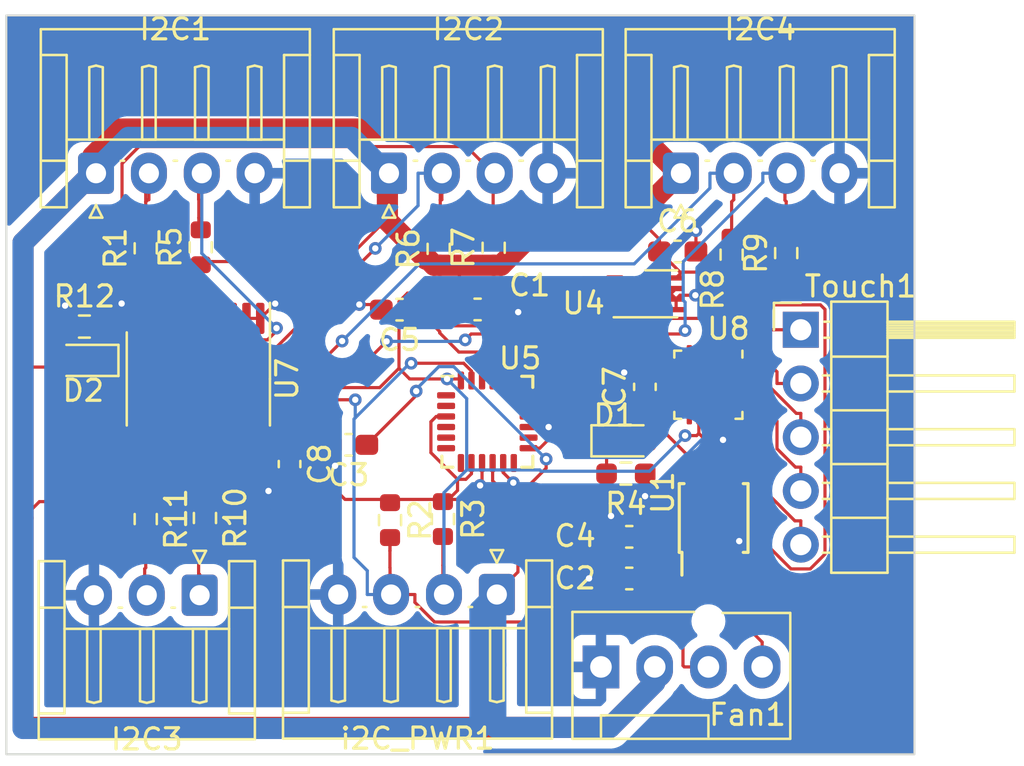
<source format=kicad_pcb>
(kicad_pcb (version 20221018) (generator pcbnew)
  (layers (0 "F.Cu" signal) (31 "B.Cu" signal) (34 "B.Paste" user) (35 "F.Paste" user) (36 "B.SilkS" user "B.Silkscreen") (37 "F.SilkS" user "F.Silkscreen") (38 "B.Mask" user) (39 "F.Mask" user) (44 "Edge.Cuts" user))
  (net 0 "")
  (net 1 "SCL")
  (net 2 "SDA")
  (net 3 "Net-(I2C1-Pin_2)")
  (net 4 "Net-(I2C1-Pin_3)")
  (net 5 "Net-(Touch1-Pin_1)")
  (net 6 "Net-(Touch1-Pin_2)")
  (net 7 "Net-(Touch1-Pin_3)")
  (net 8 "Net-(Touch1-Pin_4)")
  (net 9 "GND")
  (net 10 "+5V")
  (net 12 "Net-(Fan1-Tacho)")
  (net 13 "Net-(I2C2-Pin_2)")
  (net 14 "Net-(I2C2-Pin_3)")
  (net 15 "Net-(I2C3-Pin_1)")
  (net 16 "Net-(I2C3-Pin_2)")
  (net 17 "Net-(I2C4-Pin_2)")
  (net 18 "Net-(I2C4-Pin_3)")
  (net 19 "Net-(Touch1-Pin_5)")
  (net 27 "Fan1PWM")
  (net 37 "Net-(U5-REGOUT)")
  (net 38 "Net-(U5-CPOUT)")
  (net 44 "Net-(D1-K)")
  (net 45 "Net-(U8-~{CHANGE})")
  (net 46 "Net-(D2-K)")
  (footprint "Connector:FanPinHeader_1x04_P2.54mm_Vertical" (layer "F.Cu") (at 86.0725 114.04)
    (fp_text reference "Fan1")
    (fp_text value "Fan_4pin")
  )
  (footprint "Package_DFN_QFN:DFN-8-1EP_3x2mm_P0.5mm_EP1.7x1.4mm" (layer "F.Cu") (at 88.175 96.4)
    (fp_text reference "U4")
    (fp_text value "MCP9804_DFN")
  )
  (footprint "Package_SO:TSSOP-8_3x3mm_P0.65mm" (layer "F.Cu") (at 91.4 107 90)
    (fp_text reference "U1")
    (fp_text value "PCA9536DP")
  )
  (footprint "Connector_JST:JST_EH_S4B-EH_1x04_P2.50mm_Horizontal" (layer "F.Cu") (at 89.85 90.7)
    (fp_text reference "I2C4")
    (fp_text value "Conn_01x04")
  )
  (footprint "Capacitor_SMD:C_0603_1608Metric_Pad1.08x0.95mm_HandSolder" (layer "F.Cu") (at 80.24 97.14)
    (fp_text reference "C1")
    (fp_text value "1UF")
  )
  (footprint "Connector_JST:JST_EH_S4B-EH_1x04_P2.50mm_Horizontal" (layer "F.Cu") (at 76.05 90.7)
    (fp_text reference "I2C2")
    (fp_text value "Conn_01x04")
  )
  (footprint "Capacitor_SMD:C_0603_1608Metric_Pad1.08x0.95mm_HandSolder" (layer "F.Cu") (at 87.41 109.86 180)
    (fp_text reference "C2")
    (fp_text value "1UF")
  )
  (footprint "Package_DFN_QFN:VQFN-20-1EP_3x3mm_P0.45mm_EP1.55x1.55mm" (layer "F.Cu") (at 91.15 100.7 -90)
    (fp_text reference "U8")
    (fp_text value "AT42QT1050-U")
  )
  (footprint "Resistor_SMD:R_0603_1608Metric" (layer "F.Cu") (at 64.55 94.25 90)
    (fp_text reference "R1")
    (fp_text value "4.7 kOhms")
  )
  (footprint "Resistor_SMD:R_0603_1608Metric" (layer "F.Cu") (at 76.1 107.1 -90)
    (fp_text reference "R2")
    (fp_text value "4.7 kOhms")
  )
  (footprint "Resistor_SMD:R_0603_1608Metric_Pad0.98x0.95mm_HandSolder" (layer "F.Cu") (at 87.25 104.9 180)
    (fp_text reference "R4")
    (fp_text value "150Ohm")
  )
  (footprint "Sensor_Motion:InvenSense_QFN-24_4x4mm_P0.5mm" (layer "F.Cu") (at 80.7 102.45)
    (fp_text reference "U5")
    (fp_text value "MPU-9150")
  )
  (footprint "Resistor_SMD:R_0603_1608Metric" (layer "F.Cu") (at 78.6 107.05 -90)
    (fp_text reference "R3")
    (fp_text value "4.7 kOhms")
  )
  (footprint "Resistor_SMD:R_0603_1608Metric" (layer "F.Cu") (at 67.15 94.2 90)
    (fp_text reference "R5")
    (fp_text value "4.7 kOhms")
  )
  (footprint "Capacitor_SMD:C_0603_1608Metric_Pad1.08x0.95mm_HandSolder" (layer "F.Cu") (at 74.14 103.54 180)
    (fp_text reference "C3")
    (fp_text value "0.1UF")
  )
  (footprint "Package_SO:TSSOP-20_4.4x6.5mm_P0.65mm" (layer "F.Cu") (at 67.0375 100.425 -90)
    (fp_text reference "U7")
    (fp_text value "PCA9544AD")
  )
  (footprint "Resistor_SMD:R_0603_1608Metric" (layer "F.Cu") (at 94.83 94.475 90)
    (fp_text reference "R9")
    (fp_text value "4.7 kOhms")
  )
  (footprint "Resistor_SMD:R_0603_1608Metric" (layer "F.Cu") (at 64.55 107.05 -90)
    (fp_text reference "R11")
    (fp_text value "4.7 kOhms")
  )
  (footprint "Capacitor_SMD:C_0603_1608Metric_Pad1.08x0.95mm_HandSolder" (layer "F.Cu") (at 88.15 100.8 90)
    (fp_text reference "C7")
    (fp_text value "1UF")
  )
  (footprint "LED_SMD:LED_0603_1608Metric_Pad1.05x0.95mm_HandSolder" (layer "F.Cu") (at 61.6 99.55 180)
    (fp_text reference "D2")
    (fp_text value "Green")
  )
  (footprint "Resistor_SMD:R_0603_1608Metric_Pad0.98x0.95mm_HandSolder" (layer "F.Cu") (at 61.65 97.95)
    (fp_text reference "R12")
    (fp_text value "150Ohm")
  )
  (footprint "Connector_JST:JST_EH_S4B-EH_1x04_P2.50mm_Horizontal" (layer "F.Cu") (at 81.15 110.6175 180)
    (fp_text reference "i2C_PWR1")
    (fp_text value "Conn_01x04")
  )
  (footprint "Capacitor_SMD:C_0603_1608Metric_Pad1.08x0.95mm_HandSolder" (layer "F.Cu") (at 87.41 107.89 180)
    (fp_text reference "C4")
    (fp_text value "0.1UF")
  )
  (footprint "Resistor_SMD:R_0603_1608Metric" (layer "F.Cu") (at 78.4 94.275 90)
    (fp_text reference "R6")
    (fp_text value "4.7 kOhms")
  )
  (footprint "Connector_JST:JST_EH_S4B-EH_1x04_P2.50mm_Horizontal" (layer "F.Cu") (at 62.2 90.7)
    (fp_text reference "I2C1")
    (fp_text value "Conn_01x04")
  )
  (footprint "Resistor_SMD:R_0603_1608Metric" (layer "F.Cu") (at 81 94.225 90)
    (fp_text reference "R7")
    (fp_text value "4.7 kOhms")
  )
  (footprint "Capacitor_SMD:C_0603_1608Metric_Pad1.08x0.95mm_HandSolder" (layer "F.Cu") (at 71.35 104.45 -90)
    (fp_text reference "C8")
    (fp_text value "1UF")
  )
  (footprint "LED_SMD:LED_0603_1608Metric_Pad1.05x0.95mm_HandSolder" (layer "F.Cu") (at 87.2825 103.35)
    (fp_text reference "D1")
    (fp_text value "BLUE")
  )
  (footprint "Resistor_SMD:R_0603_1608Metric" (layer "F.Cu") (at 67.35 107 -90)
    (fp_text reference "R10")
    (fp_text value "4.7 kOhms")
  )
  (footprint "Connector_PinHeader_2.54mm:PinHeader_1x05_P2.54mm_Horizontal" (layer "F.Cu") (at 95.52 98.1)
    (fp_text reference "Touch1")
    (fp_text value "Conn_01x04")
  )
  (footprint "Capacitor_SMD:C_0603_1608Metric_Pad1.08x0.95mm_HandSolder" (layer "F.Cu") (at 76.55 97.15 180)
    (fp_text reference "C5")
    (fp_text value "2200PF")
  )
  (footprint "Connector_JST:JST_EH_S3B-EH_1x03_P2.50mm_Horizontal" (layer "F.Cu") (at 67.1 110.65 180)
    (fp_text reference "I2C3")
    (fp_text value "Conn_01x03")
  )
  (footprint "Capacitor_SMD:C_0603_1608Metric_Pad1.08x0.95mm_HandSolder" (layer "F.Cu") (at 89.7 94.4)
    (fp_text reference "C6")
    (fp_text value "2200PF")
  )
  (footprint "Resistor_SMD:R_0603_1608Metric" (layer "F.Cu") (at 92.25 94.55 90)
    (fp_text reference "R8")
    (fp_text value "4.7 kOhms")
  )
  (gr_rect (start 57.96 83.24) (end 100.89 118.17) (stroke (width 0.1)) (fill none) (layer "Edge.Cuts"))
  (segment (start 86.3028 96.15) (end 86.725 96.15) (width 0.15) (layer "F.Cu") (net 1))
  (segment (start 67.3625 102.615) (end 67.3625 103.2875) (width 0.15) (layer "F.Cu") (net 1))
  (segment (start 86.0496 97.3752) (end 86.0496 96.4032) (width 0.15) (layer "F.Cu") (net 1))
  (segment (start 86.2369 97.5625) (end 86.0496 97.3752) (width 0.15) (layer "F.Cu") (net 1))
  (segment (start 96.4489 96.9233) (end 93.5171 96.9233) (width 0.15) (layer "F.Cu") (net 1))
  (segment (start 92.8779 97.5625) (end 86.2369 97.5625) (width 0.15) (layer "F.Cu") (net 1))
  (segment (start 76.095 108.558) (end 76.095 107.772) (width 0.15) (layer "F.Cu") (net 1))
  (segment (start 76.1 109.662) (end 76.1 109.35) (width 0.15) (layer "F.Cu") (net 1))
  (segment (start 92.8502 105.99) (end 92.8502 102.95) (width 0.15) (layer "F.Cu") (net 1))
  (segment (start 74.4554 101.41) (end 68.568 101.41) (width 0.15) (layer "F.Cu") (net 1))
  (segment (start 89.5699 109.843) (end 89.5699 107.809) (width 0.15) (layer "F.Cu") (net 1))
  (segment (start 68.568 101.41) (end 67.3625 102.615) (width 0.15) (layer "F.Cu") (net 1))
  (segment (start 92.8502 107.202) (end 95.0551 109.407) (width 0.15) (layer "F.Cu") (net 1))
  (segment (start 76.095 108.558) (end 76.1 108.554) (width 0.15) (layer "F.Cu") (net 1))
  (segment (start 87.4974 111.916) (end 89.5699 109.843) (width 0.15) (layer "F.Cu") (net 1))
  (segment (start 91.075 104.85) (end 91.075 105.675) (width 0.15) (layer "F.Cu") (net 1))
  (segment (start 91.3896 105.99) (end 92.8502 105.99) (width 0.15) (layer "F.Cu") (net 1))
  (segment (start 77.2751 110.987) (end 78.2035 111.916) (width 0.15) (layer "F.Cu") (net 1))
  (segment (start 95.9656 109.407) (end 96.6635 108.709) (width 0.15) (layer "F.Cu") (net 1))
  (segment (start 96.6635 108.709) (end 96.6635 97.1379) (width 0.15) (layer "F.Cu") (net 1))
  (segment (start 76.1 109.662) (end 76.15 109.712) (width 0.15) (layer "F.Cu") (net 1))
  (segment (start 77.2751 110.618) (end 77.2751 110.987) (width 0.15) (layer "F.Cu") (net 1))
  (segment (start 92.8502 102.95) (end 92.05 102.15) (width 0.15) (layer "F.Cu") (net 1))
  (segment (start 89.5699 107.809) (end 91.3896 105.99) (width 0.15) (layer "F.Cu") (net 1))
  (segment (start 76.15 110.618) (end 77.2751 110.618) (width 0.15) (layer "F.Cu") (net 1))
  (segment (start 91.075 105.675) (end 91.3896 105.99) (width 0.15) (layer "F.Cu") (net 1))
  (segment (start 79.95 100.052) (end 79.95 100.5) (width 0.15) (layer "F.Cu") (net 1))
  (segment (start 92.8502 105.99) (end 92.8502 107.202) (width 0.15) (layer "F.Cu") (net 1))
  (segment (start 76.1 108.554) (end 76.1 107.925) (width 0.15) (layer "F.Cu") (net 1))
  (segment (start 86.0496 96.4032) (end 86.3028 96.15) (width 0.15) (layer "F.Cu") (net 1))
  (segment (start 76.1 109.35) (end 76.095 109.345) (width 0.15) (layer "F.Cu") (net 1))
  (segment (start 79.5814 99.6837) (end 79.95 100.052) (width 0.15) (layer "F.Cu") (net 1))
  (segment (start 76.095 109.345) (end 76.095 108.558) (width 0.15) (layer "F.Cu") (net 1))
  (segment (start 76.15 110.6175) (end 76.15 110.618) (width 0.15) (layer "F.Cu") (net 1))
  (segment (start 96.6635 97.1379) (end 96.4489 96.9233) (width 0.15) (layer "F.Cu") (net 1))
  (segment (start 78.2035 111.916) (end 87.4974 111.916) (width 0.15) (layer "F.Cu") (net 1))
  (segment (start 67.3625 103.2875) (end 67.3625 103.288) (width 0.15) (layer "F.Cu") (net 1))
  (segment (start 95.0551 109.407) (end 95.9656 109.407) (width 0.15) (layer "F.Cu") (net 1))
  (segment (start 93.5171 96.9233) (end 92.8779 97.5625) (width 0.15) (layer "F.Cu") (net 1))
  (segment (start 76.15 109.712) (end 76.15 110.6175) (width 0.15) (layer "F.Cu") (net 1))
  (segment (start 77.0987 99.6837) (end 79.5814 99.6837) (width 0.15) (layer "F.Cu") (net 1))
  (segment (start 76.1 109.975) (end 76.1 109.662) (width 0.15) (layer "F.Cu") (net 1))
  (via (at 77.0987 99.6837) (size 0.6) (drill 0.3) (layers "F.Cu" "B.Cu") (net 1))
  (via (at 74.4554 101.41) (size 0.6) (drill 0.3) (layers "F.Cu" "B.Cu") (net 1))
  (segment (start 74.4554 102.264) (end 74.3963 102.323) (width 0.15) (layer "B.Cu") (net 1))
  (segment (start 76.15 110.6175) (end 76.1495 110.618) (width 0.15) (layer "B.Cu") (net 1))
  (segment (start 75.0249 109.492) (end 75.0249 110.618) (width 0.15) (layer "B.Cu") (net 1))
  (segment (start 74.4554 102.264) (end 77.0355 99.6837) (width 0.15) (layer "B.Cu") (net 1))
  (segment (start 75.0249 110.618) (end 76.1495 110.618) (width 0.15) (layer "B.Cu") (net 1))
  (segment (start 74.3963 102.323) (end 74.3963 108.864) (width 0.15) (layer "B.Cu") (net 1))
  (segment (start 77.0355 99.6837) (end 77.0987 99.6837) (width 0.15) (layer "B.Cu") (net 1))
  (segment (start 74.4554 101.41) (end 74.4554 102.264) (width 0.15) (layer "B.Cu") (net 1))
  (segment (start 74.3963 108.864) (end 75.0249 109.492) (width 0.15) (layer "B.Cu") (net 1))
  (segment (start 76.5236 99.9219) (end 77.0281 100.426) (width 0.15) (layer "F.Cu") (net 2))
  (segment (start 78.8495 97.9139) (end 78.3371 97.4015) (width 0.15) (layer "F.Cu") (net 2))
  (segment (start 79.376 100.426) (end 79.45 100.5) (width 0.15) (layer "F.Cu") (net 2))
  (segment (start 77.0281 100.426) (end 78.7948 100.426) (width 0.15) (layer "F.Cu") (net 2))
  (segment (start 66.7125 103.288) (end 66.7125 103.2875) (width 0.15) (layer "F.Cu") (net 2))
  (segment (start 78.6 109.238) (end 78.6 107.875) (width 0.15) (layer "F.Cu") (net 2))
  (segment (start 78.65 110.6175) (end 78.65 110.618) (width 0.15) (layer "F.Cu") (net 2))
  (segment (start 86.725 95.65) (end 85.2365 95.65) (width 0.15) (layer "F.Cu") (net 2))
  (segment (start 68.456 100.835) (end 75.6106 100.835) (width 0.15) (layer "F.Cu") (net 2))
  (segment (start 78.7948 100.426) (end 79.376 100.426) (width 0.15) (layer "F.Cu") (net 2))
  (segment (start 75.6106 100.835) (end 76.5236 99.9219) (width 0.15) (layer "F.Cu") (net 2))
  (segment (start 78.3371 96.7493) (end 77.9539 96.3661) (width 0.15) (layer "F.Cu") (net 2))
  (segment (start 78.65 109.288) (end 78.65 110.6175) (width 0.15) (layer "F.Cu") (net 2))
  (segment (start 78.6 110.6) (end 78.6 109.238) (width 0.15) (layer "F.Cu") (net 2))
  (segment (start 78.6 109.238) (end 78.65 109.288) (width 0.15) (layer "F.Cu") (net 2))
  (segment (start 76.5236 96.7724) (end 76.5236 99.9219) (width 0.15) (layer "F.Cu") (net 2))
  (segment (start 78.3371 97.4015) (end 78.3371 96.7493) (width 0.15) (layer "F.Cu") (net 2))
  (segment (start 91.725 104.025) (end 90.7 103) (width 0.15) (layer "F.Cu") (net 2))
  (segment (start 66.7125 102.578) (end 68.456 100.835) (width 0.15) (layer "F.Cu") (net 2))
  (segment (start 91.725 104.85) (end 91.725 104.025) (width 0.15) (layer "F.Cu") (net 2))
  (segment (start 82.9726 97.9139) (end 78.8495 97.9139) (width 0.15) (layer "F.Cu") (net 2))
  (segment (start 76.9299 96.3661) (end 76.5236 96.7724) (width 0.15) (layer "F.Cu") (net 2))
  (segment (start 90.5961 103.104) (end 90.7 103) (width 0.15) (layer "F.Cu") (net 2))
  (segment (start 85.2365 95.65) (end 82.9726 97.9139) (width 0.15) (layer "F.Cu") (net 2))
  (segment (start 66.7125 103.2875) (end 66.7125 102.578) (width 0.15) (layer "F.Cu") (net 2))
  (segment (start 77.9539 96.3661) (end 76.9299 96.3661) (width 0.15) (layer "F.Cu") (net 2))
  (segment (start 90.7 102.15) (end 90.7 103) (width 0.15) (layer "F.Cu") (net 2))
  (segment (start 90.0504 103.104) (end 90.5961 103.104) (width 0.15) (layer "F.Cu") (net 2))
  (via (at 78.7948 100.426) (size 0.6) (drill 0.3) (layers "F.Cu" "B.Cu") (net 2))
  (via (at 90.0504 103.104) (size 0.6) (drill 0.3) (layers "F.Cu" "B.Cu") (net 2))
  (segment (start 79.7236 101.355) (end 79.7236 104.728) (width 0.15) (layer "B.Cu") (net 2))
  (segment (start 88.365 104.789) (end 90.0504 103.104) (width 0.15) (layer "B.Cu") (net 2))
  (segment (start 78.7948 100.426) (end 79.7236 101.355) (width 0.15) (layer "B.Cu") (net 2))
  (segment (start 78.65 105.802) (end 78.65 110.6175) (width 0.15) (layer "B.Cu") (net 2))
  (segment (start 78.65 110.6175) (end 78.65 110.618) (width 0.15) (layer "B.Cu") (net 2))
  (segment (start 79.7236 104.728) (end 83.1812 104.728) (width 0.15) (layer "B.Cu") (net 2))
  (segment (start 83.2422 104.789) (end 88.365 104.789) (width 0.15) (layer "B.Cu") (net 2))
  (segment (start 79.7236 104.728) (end 78.65 105.802) (width 0.15) (layer "B.Cu") (net 2))
  (segment (start 83.1812 104.728) (end 83.2422 104.789) (width 0.15) (layer "B.Cu") (net 2))
  (segment (start 63.7797 95.5047) (end 64.1667 95.8917) (width 0.15) (layer "F.Cu") (net 3))
  (segment (start 64.55 90.6825) (end 64.55 92.0537) (width 0.15) (layer "F.Cu") (net 3))
  (segment (start 64.6536 91.9501) (end 64.7 91.9501) (width 0.15) (layer "F.Cu") (net 3))
  (segment (start 64.55 92.0537) (end 64.55 93.425) (width 0.15) (layer "F.Cu") (net 3))
  (segment (start 64.1667 95.8917) (end 66.3183 95.8917) (width 0.15) (layer "F.Cu") (net 3))
  (segment (start 66.3183 95.8917) (end 67.3625 96.9359) (width 0.15) (layer "F.Cu") (net 3))
  (segment (start 67.3625 96.9359) (end 67.3625 97.5625) (width 0.15) (layer "F.Cu") (net 3))
  (segment (start 64.55 92.0537) (end 64.6536 91.9501) (width 0.15) (layer "F.Cu") (net 3))
  (segment (start 64.7 91.9501) (end 64.7 90.7) (width 0.15) (layer "F.Cu") (net 3))
  (segment (start 64.55 93.425) (end 64.55 93.6749) (width 0.15) (layer "F.Cu") (net 3))
  (segment (start 64.55 93.6749) (end 63.7797 94.4452) (width 0.15) (layer "F.Cu") (net 3))
  (segment (start 63.7797 94.4452) (end 63.7797 95.5047) (width 0.15) (layer "F.Cu") (net 3))
  (segment (start 70.7334 98.0212) (end 70.7334 98.1527) (width 0.15) (layer "F.Cu") (net 4))
  (segment (start 67.05 91.9326) (end 67.06 91.9426) (width 0.15) (layer "F.Cu") (net 4))
  (segment (start 66.7125 98.2262) (end 66.7125 97.5625) (width 0.15) (layer "F.Cu") (net 4))
  (segment (start 67.15 92.8988) (end 67.15 93.375) (width 0.15) (layer "F.Cu") (net 4))
  (segment (start 67.05 90.85) (end 67.05 91.9326) (width 0.15) (layer "F.Cu") (net 4))
  (segment (start 67.0619 98.5756) (end 66.7125 98.2262) (width 0.15) (layer "F.Cu") (net 4))
  (segment (start 70.3105 98.5756) (end 67.0619 98.5756) (width 0.15) (layer "F.Cu") (net 4))
  (segment (start 70.7334 98.1527) (end 70.3105 98.5756) (width 0.15) (layer "F.Cu") (net 4))
  (segment (start 67.06 92.8088) (end 67.15 92.8988) (width 0.15) (layer "F.Cu") (net 4))
  (segment (start 67.06 92.8088) (end 67.06 93.675) (width 0.15) (layer "F.Cu") (net 4))
  (segment (start 67.2 90.7) (end 67.05 90.85) (width 0.15) (layer "F.Cu") (net 4))
  (segment (start 67.06 91.9426) (end 67.06 92.8088) (width 0.15) (layer "F.Cu") (net 4))
  (via (at 70.7334 98.0212) (size 0.6) (drill 0.3) (layers "F.Cu" "B.Cu") (net 4))
  (segment (start 67.2 94.4878) (end 70.7334 98.0212) (width 0.15) (layer "B.Cu") (net 4))
  (segment (start 67.2 90.7) (end 67.2 94.4878) (width 0.15) (layer "B.Cu") (net 4))
  (segment (start 95.52 98.1) (end 91.3315 98.1) (width 0.15) (layer "F.Cu") (net 5))
  (segment (start 91.3315 98.1) (end 90.7 98.7315) (width 0.15) (layer "F.Cu") (net 5))
  (segment (start 90.7 98.7315) (end 90.7 99.25) (width 0.15) (layer "F.Cu") (net 5))
  (segment (start 94.3949 100.64) (end 95.52 100.64) (width 0.15) (layer "F.Cu") (net 6))
  (segment (start 91.15 99.25) (end 91.15 98.7854) (width 0.15) (layer "F.Cu") (net 6))
  (segment (start 92.8375 98.534) (end 94.3949 100.091) (width 0.15) (layer "F.Cu") (net 6))
  (segment (start 91.15 98.7854) (end 91.4014 98.534) (width 0.15) (layer "F.Cu") (net 6))
  (segment (start 94.3949 100.091) (end 94.3949 100.64) (width 0.15) (layer "F.Cu") (net 6))
  (segment (start 91.4014 98.534) (end 92.8375 98.534) (width 0.15) (layer "F.Cu") (net 6))
  (segment (start 92.9879 99.25) (end 92.05 99.25) (width 0.15) (layer "F.Cu") (net 7))
  (segment (start 95.3079 102.055) (end 93.6224 100.369) (width 0.15) (layer "F.Cu") (net 7))
  (segment (start 93.6224 100.369) (end 93.6224 99.8845) (width 0.15) (layer "F.Cu") (net 7))
  (segment (start 95.52 102.055) (end 95.3079 102.055) (width 0.15) (layer "F.Cu") (net 7))
  (segment (start 93.6224 99.8845) (end 92.9879 99.25) (width 0.15) (layer "F.Cu") (net 7))
  (segment (start 95.52 103.18) (end 95.52 102.055) (width 0.15) (layer "F.Cu") (net 7))
  (segment (start 94.3949 103.724) (end 94.3949 102.421) (width 0.15) (layer "F.Cu") (net 8))
  (segment (start 95.52 105.72) (end 95.52 104.595) (width 0.15) (layer "F.Cu") (net 8))
  (segment (start 95.52 104.595) (end 95.2659 104.595) (width 0.15) (layer "F.Cu") (net 8))
  (segment (start 93.1235 101.15) (end 92.6 101.15) (width 0.15) (layer "F.Cu") (net 8))
  (segment (start 94.3949 102.421) (end 93.1235 101.15) (width 0.15) (layer "F.Cu") (net 8))
  (segment (start 95.2659 104.595) (end 94.3949 103.724) (width 0.15) (layer "F.Cu") (net 8))
  (segment (start 69.9625 97.5625) (end 69.3125 97.5625) (width 0.15) (layer "F.Cu") (net 9))
  (segment (start 86.5415 109.854) (end 86.5475 109.86) (width 0.15) (layer "F.Cu") (net 9))
  (segment (start 81.45 104.853) (end 81.45 104.4) (width 0.15) (layer "F.Cu") (net 9))
  (segment (start 88.1751 96.4) (end 88.3157 96.5406) (width 0.15) (layer "F.Cu") (net 9))
  (segment (start 92.375 109.15) (end 92.375 108.325) (width 0.15) (layer "F.Cu") (net 9))
  (segment (start 80.45 105.368) (end 80.3569 105.461) (width 0.15) (layer "F.Cu") (net 9))
  (segment (start 88.15 99.9375) (end 88.9125 100.7) (width 0.15) (layer "F.Cu") (net 9))
  (segment (start 89.375 96.4) (end 88.4563 96.4) (width 0.15) (layer "F.Cu") (net 9))
  (segment (start 87.7063 97.15) (end 86.725 97.15) (width 0.15) (layer "F.Cu") (net 9))
  (segment (start 60.7375 97.95) (end 60.7375 96.9584) (width 0.15) (layer "F.Cu") (net 9))
  (segment (start 83.5969 102.7) (end 83.5969 102.128) (width 0.15) (layer "F.Cu") (net 9))
  (segment (start 69.3125 97.5625) (end 68.6625 97.5625) (width 0.15) (layer "F.Cu") (net 9))
  (segment (start 83.1686 101.7) (end 82.65 101.7) (width 0.15) (layer "F.Cu") (net 9))
  (segment (start 82.7859 107.89) (end 86.5475 107.89) (width 0.15) (layer "F.Cu") (net 9))
  (segment (start 74.6485 96.9078) (end 75.4453 96.9078) (width 0.15) (layer "F.Cu") (net 9))
  (segment (start 71.0425 105.62) (end 71.145 105.517) (width 0.15) (layer "F.Cu") (net 9))
  (segment (start 73.5 104.036) (end 73.5 103.54) (width 0.15) (layer "F.Cu") (net 9))
  (segment (start 70.3536 105.722) (end 70.94 105.722) (width 0.15) (layer "F.Cu") (net 9))
  (segment (start 86.5475 107.89) (end 86.5475 106.903) (width 0.15) (layer "F.Cu") (net 9))
  (segment (start 88.9125 100.7) (end 89.7 100.7) (width 0.15) (layer "F.Cu") (net 9))
  (segment (start 89.375 96.4) (end 89.625 96.15) (width 0.15) (layer "F.Cu") (net 9))
  (segment (start 90.5345 96.4687) (end 89.8063 96.4687) (width 0.15) (layer "F.Cu") (net 9))
  (segment (start 88.175 96.4) (end 88.1751 96.4) (width 0.15) (layer "F.Cu") (net 9))
  (segment (start 82.65 101.7) (end 82.65 101.2) (width 0.15) (layer "F.Cu") (net 9))
  (segment (start 73.5 104.036) (end 73.2775 103.814) (width 0.15) (layer "F.Cu") (net 9))
  (segment (start 89.8063 96.4687) (end 89.625 96.65) (width 0.15) (layer "F.Cu") (net 9))
  (segment (start 70.1533 97.3823) (end 69.9731 97.5625) (width 0.15) (layer "F.Cu") (net 9))
  (segment (start 70.94 105.722) (end 71.0425 105.62) (width 0.15) (layer "F.Cu") (net 9))
  (segment (start 83.5969 102.128) (end 83.1686 101.7) (width 0.15) (layer "F.Cu") (net 9))
  (segment (start 88.3157 96.5406) (end 87.7063 97.15) (width 0.15) (layer "F.Cu") (net 9))
  (segment (start 92.375 108.325) (end 92.6083 108.092) (width 0.15) (layer "F.Cu") (net 9))
  (segment (start 87.1698 100.122) (end 84.5918 102.7) (width 0.15) (layer "F.Cu") (net 9))
  (segment (start 89.625 96.65) (end 89.375 96.4) (width 0.15) (layer "F.Cu") (net 9))
  (segment (start 73.5 104.533) (end 73.5 104.036) (width 0.15) (layer "F.Cu") (net 9))
  (segment (start 84.5918 102.7) (end 83.5969 102.7) (width 0.15) (layer "F.Cu") (net 9))
  (segment (start 82.159 97.2667) (end 81.2292 97.2667) (width 0.15) (layer "F.Cu") (net 9))
  (segment (start 87.9655 100.122) (end 88.15 99.9375) (width 0.15) (layer "F.Cu") (net 9))
  (segment (start 71.043 105.62) (end 71.1965 105.466) (width 0.15) (layer "F.Cu") (net 9))
  (segment (start 81.9274 105.33) (end 81.45 104.853) (width 0.15) (layer "F.Cu") (net 9))
  (segment (start 80.45 104.4) (end 80.45 105.368) (width 0.15) (layer "F.Cu") (net 9))
  (segment (start 89.7 100.7) (end 91.15 100.7) (width 0.15) (layer "F.Cu") (net 9))
  (segment (start 70.6698 96.8658) (end 70.1533 97.3823) (width 0.15) (layer "F.Cu") (net 9))
  (segment (start 64.1125 97.5625) (end 63.4101 96.8601) (width 0.15) (layer "F.Cu") (net 9))
  (segment (start 87.1698 100.122) (end 87.9655 100.122) (width 0.15) (layer "F.Cu") (net 9))
  (segment (start 75.4453 96.9078) (end 75.6875 97.15) (width 0.15) (layer "F.Cu") (net 9))
  (segment (start 70.1427 97.3823) (end 69.9625 97.5625) (width 0.15) (layer "F.Cu") (net 9))
  (segment (start 85.5076 109.854) (end 86.5415 109.854) (width 0.15) (layer "F.Cu") (net 9))
  (segment (start 71.0425 105.62) (end 71.043 105.62) (width 0.15) (layer "F.Cu") (net 9))
  (segment (start 81.2292 97.2667) (end 81.1025 97.14) (width 0.15) (layer "F.Cu") (net 9))
  (segment (start 80.3569 105.461) (end 82.7859 107.89) (width 0.15) (layer "F.Cu") (net 9))
  (segment (start 82.65 102.7) (end 83.5969 102.7) (width 0.15) (layer "F.Cu") (net 9))
  (segment (start 88.4563 96.4) (end 88.3157 96.5406) (width 0.15) (layer "F.Cu") (net 9))
  (segment (start 73.2775 103.814) (end 73.2775 103.54) (width 0.15) (layer "F.Cu") (net 9))
  (segment (start 90.5625 93.4168) (end 90.5625 94.4) (width 0.15) (layer "F.Cu") (net 9))
  (segment (start 70.1533 97.3823) (end 70.1427 97.3823) (width 0.15) (layer "F.Cu") (net 9))
  (segment (start 89.625 97.15) (end 89.625 96.65) (width 0.15) (layer "F.Cu") (net 9))
  (via (at 86.5475 106.903) (size 0.6) (drill 0.3) (layers "F.Cu" "B.Cu") (net 9))
  (via (at 90.5625 93.4168) (size 0.6) (drill 0.3) (layers "F.Cu" "B.Cu") (net 9))
  (via (at 81.9274 105.33) (size 0.6) (drill 0.3) (layers "F.Cu" "B.Cu") (net 9))
  (via (at 90.5345 96.4687) (size 0.6) (drill 0.3) (layers "F.Cu" "B.Cu") (net 9))
  (via (at 60.7375 96.9584) (size 0.6) (drill 0.3) (layers "F.Cu" "B.Cu") (net 9))
  (via (at 83.5969 102.7) (size 0.6) (drill 0.3) (layers "F.Cu" "B.Cu") (net 9))
  (via (at 92.6083 108.092) (size 0.6) (drill 0.3) (layers "F.Cu" "B.Cu") (net 9))
  (via (at 87.1698 100.122) (size 0.6) (drill 0.3) (layers "F.Cu" "B.Cu") (net 9))
  (via (at 74.6485 96.9078) (size 0.6) (drill 0.3) (layers "F.Cu" "B.Cu") (net 9))
  (via (at 73.5 104.533) (size 0.6) (drill 0.3) (layers "F.Cu" "B.Cu") (net 9))
  (via (at 70.6698 96.8658) (size 0.6) (drill 0.3) (layers "F.Cu" "B.Cu") (net 9))
  (via (at 85.5076 109.854) (size 0.6) (drill 0.3) (layers "F.Cu" "B.Cu") (net 9))
  (via (at 82.159 97.2667) (size 0.6) (drill 0.3) (layers "F.Cu" "B.Cu") (net 9))
  (via (at 70.3536 105.722) (size 0.6) (drill 0.3) (layers "F.Cu" "B.Cu") (net 9))
  (via (at 80.3569 105.461) (size 0.6) (drill 0.3) (layers "F.Cu" "B.Cu") (net 9))
  (via (at 63.4101 96.8601) (size 0.6) (drill 0.3) (layers "F.Cu" "B.Cu") (net 9))
  (segment (start 75.975 90.9678) (end 75.975 91.1017) (width 1) (layer "F.Cu") (net 10))
  (segment (start 89.8125 95.375) (end 88.8375 94.4) (width 0.15) (layer "F.Cu") (net 10))
  (segment (start 82.1471 108.952) (end 87.3646 108.952) (width 0.15) (layer "F.Cu") (net 10))
  (segment (start 67.05 105.775) (end 64.54 105.775) (width 0.15) (layer "F.Cu") (net 10))
  (segment (start 79.95 104.906) (end 79.685 105.171) (width 0.15) (layer "F.Cu") (net 10))
  (segment (start 78.3663 95.2337) (end 77.8925 94.76) (width 0.15) (layer "F.Cu") (net 10))
  (segment (start 81.1164 110.584) (end 82.1471 109.553) (width 0.15) (layer "F.Cu") (net 10))
  (segment (start 79.3775 97.14) (end 79.3775 95.2925) (width 0.15) (layer "F.Cu") (net 10))
  (segment (start 71.3245 103.562) (end 70.2375 103.562) (width 0.15) (layer "F.Cu") (net 10))
  (segment (start 71.3498 103.588) (end 71.3245 103.562) (width 0.15) (layer "F.Cu") (net 10))
  (segment (start 71.35 103.588) (end 71.3498 103.588) (width 0.15) (layer "F.Cu") (net 10))
  (segment (start 86.4925 116.9) (end 88.6125 114.78) (width 1) (layer "F.Cu") (net 10))
  (segment (start 89.8125 95.4625) (end 89.625 95.65) (width 0.15) (layer "F.Cu") (net 10))
  (segment (start 89.747 90.7019) (end 87.6566 88.6116) (width 1) (layer "F.Cu") (net 10))
  (segment (start 90.425 104.85) (end 90.425 104.025) (width 0.15) (layer "F.Cu") (net 10))
  (segment (start 88.8202 102.687) (end 88.15 102.017) (width 0.15) (layer "F.Cu") (net 10))
  (segment (start 60.725 99.55) (end 60.4103 99.8647) (width 0.15) (layer "F.Cu") (net 10))
  (segment (start 71.35 103.5875) (end 71.35 103.588) (width 0.15) (layer "F.Cu") (net 10))
  (segment (start 60.4 92.3325) (end 60.5675 92.3325) (width 0.15) (layer "F.Cu") (net 10))
  (segment (start 71.35 103.588) (end 71.3498 103.588) (width 0.15) (layer "F.Cu") (net 10))
  (segment (start 79.95 104.4) (end 79.95 104.906) (width 0.15) (layer "F.Cu") (net 10))
  (segment (start 86.2368 101.55) (end 84.5118 103.275) (width 0.15) (layer "F.Cu") (net 10))
  (segment (start 64.54 105.995) (end 64.55 106.005) (width 0.15) (layer "F.Cu") (net 10))
  (segment (start 73.9723 106.122) (end 76.1 106.122) (width 0.15) (layer "F.Cu") (net 10))
  (segment (start 67.2999 94.8751) (end 67.15 95.025) (width 0.15) (layer "F.Cu") (net 10))
  (segment (start 78.2824 102.2) (end 78.75 102.2) (width 0.15) (layer "F.Cu") (net 10))
  (segment (start 78.45 95.05) (end 81 95.05) (width 1) (layer "F.Cu") (net 10))
  (segment (start 82.1471 108.952) (end 79.3175 106.122) (width 0.15) (layer "F.Cu") (net 10))
  (segment (start 78.1825 95.05) (end 78.45 95.05) (width 1) (layer "F.Cu") (net 10))
  (segment (start 88.15 102.017) (end 87.683 101.55) (width 0.15) (layer "F.Cu") (net 10))
  (segment (start 60.4103 99.8647) (end 58.75 99.8647) (width 0.15) (layer "F.Cu") (net 10))
  (segment (start 78.497 106.122) (end 78.6 106.122) (width 0.15) (layer "F.Cu") (net 10))
  (segment (start 62.05 90.6825) (end 60.4 92.3325) (width 1) (layer "F.Cu") (net 10))
  (segment (start 76.05 91.0267) (end 76.05 90.7) (width 0.15) (layer "F.Cu") (net 10))
  (segment (start 77.8925 94.76) (end 78.1825 95.05) (width 1) (layer "F.Cu") (net 10))
  (segment (start 71.8805 104.118) (end 71.35 103.588) (width 0.15) (layer "F.Cu") (net 10))
  (segment (start 67.06 95.325) (end 66.85 95.325) (width 0.15) (layer "F.Cu") (net 10))
  (segment (start 64.8 95.325) (end 64.55 95.075) (width 0.15) (layer "F.Cu") (net 10))
  (segment (start 76.1 106.122) (end 78.497 106.122) (width 0.15) (layer "F.Cu") (net 10))
  (segment (start 75.975 92.8425) (end 77.8925 94.76) (width 0.15) (layer "F.Cu") (net 10))
  (segment (start 75.975 92.9403) (end 77.7947 94.76) (width 1) (layer "F.Cu") (net 10))
  (segment (start 63.3284 88.6116) (end 62.05 89.89) (width 1) (layer "F.Cu") (net 10))
  (segment (start 88.7613 91.7337) (end 89.77 90.725) (width 1) (layer "F.Cu") (net 10))
  (segment (start 79.685 105.171) (end 79.2916 105.171) (width 0.15) (layer "F.Cu") (net 10))
  (segment (start 62.05 90.6825) (end 62.05 90.2862) (width 0.15) (layer "F.Cu") (net 10))
  (segment (start 89.8125 95.375) (end 89.8125 95.4625) (width 0.15) (layer "F.Cu") (net 10))
  (segment (start 81.35 95.05) (end 83.6575 92.7425) (width 1) (layer "F.Cu") (net 10))
  (segment (start 64.54 106.215) (end 64.54 105.995) (width 0.15) (layer "F.Cu") (net 10))
  (segment (start 64.55 106.005) (end 64.55 106.225) (width 0.15) (layer "F.Cu") (net 10))
  (segment (start 88.15 101.6625) (end 88.15 102.017) (width 0.15) (layer "F.Cu") (net 10))
  (segment (start 88.2725 107.89) (end 90.425 105.738) (width 0.15) (layer "F.Cu") (net 10))
  (segment (start 75.975 91.2356) (end 75.975 91.7712) (width 1) (layer "F.Cu") (net 10))
  (segment (start 78.0326 102.45) (end 78.2824 102.2) (width 0.15) (layer "F.Cu") (net 10))
  (segment (start 75.975 91.2356) (end 75.975 91.7712) (width 0.15) (layer "F.Cu") (net 10))
  (segment (start 75.975 91.1017) (end 76.05 91.0267) (width 0.15) (layer "F.Cu") (net 10))
  (segment (start 78.0326 103.912) (end 78.0326 102.45) (width 0.15) (layer "F.Cu") (net 10))
  (segment (start 71.4123 103.562) (end 71.9683 104.118) (width 0.15) (layer "F.Cu") (net 10))
  (segment (start 60.4 92.3325) (end 58.75 93.9825) (width 1) (layer "F.Cu") (net 10))
  (segment (start 82.1471 109.553) (end 82.1471 108.952) (width 0.15) (layer "F.Cu") (net 10))
  (segment (start 60.5675 92.3325) (end 62.2 90.7) (width 0.15) (layer "F.Cu") (net 10))
  (segment (start 83.6575 92.7425) (end 87.7525 92.7425) (width 1) (layer "F.Cu") (net 10))
  (segment (start 88.6125 114.78) (end 88.6125 114.04) (width 1) (layer "F.Cu") (net 10))
  (segment (start 81.1499 110.618) (end 81.1164 110.584) (width 0.15) (layer "F.Cu") (net 10))
  (segment (start 87.7525 92.7425) (end 88.8375 93.8275) (width 0.15) (layer "F.Cu") (net 10))
  (segment (start 88.15 101.6625) (end 88.15 101.662) (width 0.15) (layer "F.Cu") (net 10))
  (segment (start 77.7947 94.76) (end 77.8925 94.76) (width 1) (layer "F.Cu") (net 10))
  (segment (start 64.54 105.775) (end 64.54 105.995) (width 0.15) (layer "F.Cu") (net 10))
  (segment (start 81.15 110.6175) (end 81.15 110.618) (width 0.15) (layer "F.Cu") (net 10))
  (segment (start 89.8125 95.375) (end 92.25 95.375) (width 0.15) (layer "F.Cu") (net 10))
  (segment (start 58.75 99.8647) (end 58.75 107) (width 1) (layer "F.Cu") (net 10))
  (segment (start 78.45 95.05) (end 78.4 95.1) (width 0.15) (layer "F.Cu") (net 10))
  (segment (start 88.8375 93.8275) (end 88.8375 94.4) (width 0.15) (layer "F.Cu") (net 10))
  (segment (start 84.5118 103.275) (end 83.6061 103.275) (width 0.15) (layer "F.Cu") (net 10))
  (segment (start 64.55 106.225) (end 59.525 106.225) (width 0.15) (layer "F.Cu") (net 10))
  (segment (start 69.9625 103.2875) (end 69.9625 103.288) (width 0.15) (layer "F.Cu") (net 10))
  (segment (start 62.05 89.89) (end 62.05 90.2862) (width 1) (layer "F.Cu") (net 10))
  (segment (start 59.525 106.225) (end 58.75 107) (width 0.15) (layer "F.Cu") (net 10))
  (segment (start 88.7613 91.7337) (end 88.8163 91.7337) (width 0.15) (layer "F.Cu") (net 10))
  (segment (start 88.6625 101.15) (end 89.7 101.15) (width 0.15) (layer "F.Cu") (net 10))
  (segment (start 67.35 106.175) (end 67.05 105.875) (width 0.15) (layer "F.Cu") (net 10))
  (segment (start 70.2375 103.562) (end 69.9625 103.288) (width 0.15) (layer "F.Cu") (net 10))
  (segment (start 66.85 95.325) (end 67.15 95.025) (width 0.15) (layer "F.Cu") (net 10))
  (segment (start 87.7525 92.7425) (end 88.7613 91.7337) (width 1) (layer "F.Cu") (net 10))
  (segment (start 78.5925 95.2925) (end 79.3775 95.2925) (width 0.15) (layer "F.Cu") (net 10))
  (segment (start 92.325 95.3) (end 92.25 95.375) (width 0.15) (layer "F.Cu") (net 10))
  (segment (start 75.975 91.7712) (end 75.975 92.8425) (width 1) (layer "F.Cu") (net 10))
  (segment (start 58.75 93.9825) (end 58.75 99.8647) (width 1) (layer "F.Cu") (net 10))
  (segment (start 58.75 116.9) (end 86.4925 116.9) (width 1) (layer "F.Cu") (net 10))
  (segment (start 71.9683 104.118) (end 71.8805 104.118) (width 0.15) (layer "F.Cu") (net 10))
  (segment (start 81.15 110.618) (end 81.1499 110.618) (width 0.15) (layer "F.Cu") (net 10))
  (segment (start 75.975 92.8425) (end 73.9424 94.8751) (width 0.15) (layer "F.Cu") (net 10))
  (segment (start 81 95.2925) (end 79.3775 95.2925) (width 0.15) (layer "F.Cu") (net 10))
  (segment (start 78.6 106.225) (end 78.7624 106.225) (width 0.15) (layer "F.Cu") (net 10))
  (segment (start 78.497 106.122) (end 78.6 106.225) (width 0.15) (layer "F.Cu") (net 10))
  (segment (start 78.7624 106.225) (end 78.8654 106.122) (width 0.15) (layer "F.Cu") (net 10))
  (segment (start 87.6566 88.6116) (end 63.3284 88.6116) (width 1) (layer "F.Cu") (net 10))
  (segment (start 79.2916 105.696) (end 79.2916 105.171) (width 0.15) (layer "F.Cu") (net 10))
  (segment (start 67.05 105.875) (end 67.05 105.775) (width 0.15) (layer "F.Cu") (net 10))
  (segment (start 87.683 101.55) (end 86.2368 101.55) (width 0.15) (layer "F.Cu") (net 10))
  (segment (start 78.425 95.2925) (end 78.5925 95.2925) (width 0.15) (layer "F.Cu") (net 10))
  (segment (start 75.975 91.1017) (end 75.975 91.2356) (width 1) (layer "F.Cu") (net 10))
  (segment (start 90.1578 104.025) (end 88.8202 102.687) (width 0.15) (layer "F.Cu") (net 10))
  (segment (start 94.83 95.3) (end 92.325 95.3) (width 0.15) (layer "F.Cu") (net 10))
  (segment (start 78.5925 95.2925) (end 78.4 95.1) (width 0.15) (layer "F.Cu") (net 10))
  (segment (start 88.1575 103.35) (end 88.8202 102.687) (width 0.15) (layer "F.Cu") (net 10))
  (segment (start 90.425 105.738) (end 90.425 104.85) (width 0.15) (layer "F.Cu") (net 10))
  (segment (start 81 95.05) (end 81.35 95.05) (width 1) (layer "F.Cu") (net 10))
  (segment (start 71.9683 104.118) (end 73.9723 106.122) (width 0.15) (layer "F.Cu") (net 10))
  (segment (start 75.975 91.7712) (end 75.975 92.8425) (width 0.15) (layer "F.Cu") (net 10))
  (segment (start 73.9424 94.8751) (end 67.2999 94.8751) (width 0.15) (layer "F.Cu") (net 10))
  (segment (start 76.1 106.275) (end 76.1 106.122) (width 0.15) (layer "F.Cu") (net 10))
  (segment (start 83.1811 103.7) (end 82.65 103.7) (width 0.15) (layer "F.Cu") (net 10))
  (segment (start 87.3646 108.952) (end 87.3646 108.798) (width 0.15) (layer "F.Cu") (net 10))
  (segment (start 88.15 101.662) (end 88.6625 101.15) (width 0.15) (layer "F.Cu") (net 10))
  (segment (start 79.3175 106.122) (end 78.8654 106.122) (width 0.15) (layer "F.Cu") (net 10))
  (segment (start 88.8163 91.7337) (end 89.85 90.7) (width 0.15) (layer "F.Cu") (net 10))
  (segment (start 79.2916 105.171) (end 78.0326 103.912) (width 0.15) (layer "F.Cu") (net 10))
  (segment (start 87.3646 108.798) (end 88.2725 107.89) (width 0.15) (layer "F.Cu") (net 10))
  (segment (start 90.425 104.025) (end 90.1578 104.025) (width 0.15) (layer "F.Cu") (net 10))
  (segment (start 75.975 92.8425) (end 75.975 92.9403) (width 1) (layer "F.Cu") (net 10))
  (segment (start 66.85 95.325) (end 64.8 95.325) (width 0.15) (layer "F.Cu") (net 10))
  (segment (start 83.6061 103.275) (end 83.1811 103.7) (width 0.15) (layer "F.Cu") (net 10))
  (segment (start 58.75 107) (end 58.75 116.9) (width 1) (layer "F.Cu") (net 10))
  (segment (start 78.8654 106.122) (end 79.2916 105.696) (width 0.15) (layer "F.Cu") (net 10))
  (segment (start 87.3646 108.952) (end 88.2725 109.86) (width 0.15) (layer "F.Cu") (net 10))
  (segment (start 86.4925 116.9) (end 88.6125 114.78) (width 1) (layer "B.Cu") (net 10))
  (segment (start 80.725 110.975) (end 81.1 110.6) (width 1) (layer "B.Cu") (net 10))
  (segment (start 63.725 89.0075) (end 58.75 93.9825) (width 1) (layer "B.Cu") (net 10))
  (segment (start 81.1 113.942) (end 81.1 116.9) (width 1) (layer "B.Cu") (net 10))
  (segment (start 80.35 111.35) (end 80.7337 111.35) (width 0.15) (layer "B.Cu") (net 10))
  (segment (start 81.15 110.6175) (end 81.15 110.618) (width 0.15) (layer "B.Cu") (net 10))
  (segment (start 81.1 116.9) (end 86.4925 116.9) (width 1) (layer "B.Cu") (net 10))
  (segment (start 80.725 110.975) (end 80.7925 110.975) (width 0.15) (layer "B.Cu") (net 10))
  (segment (start 58.75 93.9825) (end 58.75 116.95) (width 1) (layer "B.Cu") (net 10))
  (segment (start 80.35 116.95) (end 80.35 111.35) (width 1) (layer "B.Cu") (net 10))
  (segment (start 80.7925 113.634) (end 80.7925 110.975) (width 0.15) (layer "B.Cu") (net 10))
  (segment (start 74.2825 89.0075) (end 63.725 89.0075) (width 1) (layer "B.Cu") (net 10))
  (segment (start 75.975 90.7) (end 74.2825 89.0075) (width 1) (layer "B.Cu") (net 10))
  (segment (start 80.35 111.35) (end 80.725 110.975) (width 1) (layer "B.Cu") (net 10))
  (segment (start 81.1 110.984) (end 81.1 113.942) (width 1) (layer "B.Cu") (net 10))
  (segment (start 88.6125 114.78) (end 88.6125 114.04) (width 1) (layer "B.Cu") (net 10))
  (segment (start 80.7925 110.975) (end 81.15 110.618) (width 0.15) (layer "B.Cu") (net 10))
  (segment (start 76.05 90.7) (end 75.975 90.7) (width 0.15) (layer "B.Cu") (net 10))
  (segment (start 58.75 116.95) (end 80.35 116.95) (width 1) (layer "B.Cu") (net 10))
  (segment (start 81.1 113.942) (end 80.7925 113.634) (width 0.15) (layer "B.Cu") (net 10))
  (segment (start 91.075 109.15) (end 91.075 108.325) (width 0.15) (layer "F.Cu") (net 12))
  (segment (start 90.0466 108.325) (end 89.9498 108.422) (width 0.15) (layer "F.Cu") (net 12))
  (segment (start 89.9498 108.422) (end 89.9498 113.977) (width 0.15) (layer "F.Cu") (net 12))
  (segment (start 89.9498 113.977) (end 90.0124 114.04) (width 0.15) (layer "F.Cu") (net 12))
  (segment (start 90.0124 114.04) (end 91.1525 114.04) (width 0.15) (layer "F.Cu") (net 12))
  (segment (start 91.075 108.325) (end 90.0466 108.325) (width 0.15) (layer "F.Cu") (net 12))
  (segment (start 65.4125 98.2087) (end 66.1393 98.9355) (width 0.15) (layer "F.Cu") (net 13))
  (segment (start 78.475 93.0501) (end 78.475 93.5925) (width 0.15) (layer "F.Cu") (net 13))
  (segment (start 78.475 91.4231) (end 78.475 91.9654) (width 0.15) (layer "F.Cu") (net 13))
  (segment (start 66.1393 98.9355) (end 70.7204 98.9355) (width 0.15) (layer "F.Cu") (net 13))
  (segment (start 70.7204 98.9355) (end 75.4029 94.2529) (width 0.15) (layer "F.Cu") (net 13))
  (segment (start 78.475 92.5078) (end 78.475 93.0501) (width 0.15) (layer "F.Cu") (net 13))
  (segment (start 78.4 93.1251) (end 78.4 93.45) (width 0.15) (layer "F.Cu") (net 13))
  (segment (start 78.55 91.9501) (end 78.4903 91.9501) (width 0.15) (layer "F.Cu") (net 13))
  (segment (start 65.4125 97.5625) (end 65.4125 98.2087) (width 0.15) (layer "F.Cu") (net 13))
  (segment (start 78.475 93.0501) (end 78.4 93.1251) (width 0.15) (layer "F.Cu") (net 13))
  (segment (start 78.5 92.5328) (end 78.5 93.45) (width 0.15) (layer "F.Cu") (net 13))
  (segment (start 78.55 90.7) (end 78.55 91.9501) (width 0.15) (layer "F.Cu") (net 13))
  (segment (start 78.475 91.9654) (end 78.475 92.5078) (width 0.15) (layer "F.Cu") (net 13))
  (segment (start 78.4903 91.9501) (end 78.475 91.9654) (width 0.15) (layer "F.Cu") (net 13))
  (segment (start 78.475 92.5078) (end 78.5 92.5328) (width 0.15) (layer "F.Cu") (net 13))
  (via (at 75.4029 94.2529) (size 0.6) (drill 0.3) (layers "F.Cu" "B.Cu") (net 13))
  (segment (start 77.4249 90.7) (end 78.55 90.7) (width 0.15) (layer "B.Cu") (net 13))
  (segment (start 77.4249 92.231) (end 77.4249 90.7) (width 0.15) (layer "B.Cu") (net 13))
  (segment (start 75.4029 94.2529) (end 77.4249 92.231) (width 0.15) (layer "B.Cu") (net 13))
  (segment (start 80.3451 90.0702) (end 80.4202 90.0702) (width 0.15) (layer "F.Cu") (net 14))
  (segment (start 80.975 91.6039) (end 81.05 91.5289) (width 0.15) (layer "F.Cu") (net 14))
  (segment (start 64.7625 96.8603) (end 64.7625 97.5625) (width 0.15) (layer "F.Cu") (net 14))
  (segment (start 80.975 92.5078) (end 80.975 91.6039) (width 0.15) (layer "F.Cu") (net 14))
  (segment (start 80.975 91.3779) (end 81.05 91.3029) (width 0.15) (layer "F.Cu") (net 14))
  (segment (start 80.975 92.5078) (end 81 92.5328) (width 0.15) (layer "F.Cu") (net 14))
  (segment (start 63.4295 95.6655) (end 64.2101 96.4461) (width 0.15) (layer "F.Cu") (net 14))
  (segment (start 64.2328 89.4403) (end 63.4295 90.2436) (width 0.15) (layer "F.Cu") (net 14))
  (segment (start 80.975 93.5925) (end 80.975 92.5078) (width 0.15) (layer "F.Cu") (net 14))
  (segment (start 80.3451 90.0702) (end 79.7152 89.4403) (width 0.15) (layer "F.Cu") (net 14))
  (segment (start 64.3483 96.4461) (end 64.7625 96.8603) (width 0.15) (layer "F.Cu") (net 14))
  (segment (start 80.975 91.3779) (end 80.975 91.152) (width 0.15) (layer "F.Cu") (net 14))
  (segment (start 79.7152 89.4403) (end 64.2328 89.4403) (width 0.15) (layer "F.Cu") (net 14))
  (segment (start 80.975 90.7001) (end 80.3451 90.0702) (width 0.15) (layer "F.Cu") (net 14))
  (segment (start 80.4202 90.0702) (end 81.05 90.7) (width 0.15) (layer "F.Cu") (net 14))
  (segment (start 81 92.5328) (end 81 93.4) (width 0.15) (layer "F.Cu") (net 14))
  (segment (start 63.4295 90.2436) (end 63.4295 95.6655) (width 0.15) (layer "F.Cu") (net 14))
  (segment (start 64.2101 96.4461) (end 64.3483 96.4461) (width 0.15) (layer "F.Cu") (net 14))
  (segment (start 80.975 91.6039) (end 80.975 91.3779) (width 0.15) (layer "F.Cu") (net 14))
  (segment (start 81.05 91.3029) (end 81.05 90.7) (width 0.15) (layer "F.Cu") (net 14))
  (segment (start 67.05 108.724) (end 67.05 108.125) (width 0.15) (layer "F.Cu") (net 15))
  (segment (start 67.1 109.672) (end 67.1 110.65) (width 0.15) (layer "F.Cu") (net 15))
  (segment (start 67.05 109.622) (end 67.1 109.672) (width 0.15) (layer "F.Cu") (net 15))
  (segment (start 67.35 108.424) (end 67.35 107.825) (width 0.15) (layer "F.Cu") (net 15))
  (segment (start 67.05 110.52) (end 67.05 109.622) (width 0.15) (layer "F.Cu") (net 15))
  (segment (start 67.35 107.825) (end 69.3125 105.862) (width 0.15) (layer "F.Cu") (net 15))
  (segment (start 67.05 108.724) (end 67.35 108.424) (width 0.15) (layer "F.Cu") (net 15))
  (segment (start 67.05 109.622) (end 67.05 108.724) (width 0.15) (layer "F.Cu") (net 15))
  (segment (start 69.3125 105.862) (end 69.3125 103.288) (width 0.15) (layer "F.Cu") (net 15))
  (segment (start 69.3125 103.288) (end 69.3125 103.2875) (width 0.15) (layer "F.Cu") (net 15))
  (segment (start 64.55 109.35) (end 64.55 107.875) (width 0.15) (layer "F.Cu") (net 16))
  (segment (start 67.5307 107.149) (end 68.6625 106.017) (width 0.15) (layer "F.Cu") (net 16))
  (segment (start 64.5 109.4) (end 64.55 109.35) (width 0.15) (layer "F.Cu") (net 16))
  (segment (start 64.5 110.65) (end 64.5 109.4) (width 0.15) (layer "F.Cu") (net 16))
  (segment (start 68.6625 106.017) (end 68.6625 103.288) (width 0.15) (layer "F.Cu") (net 16))
  (segment (start 68.6625 103.288) (end 68.6625 103.2875) (width 0.15) (layer "F.Cu") (net 16))
  (segment (start 65.276 107.149) (end 67.5307 107.149) (width 0.15) (layer "F.Cu") (net 16))
  (segment (start 64.55 107.875) (end 65.276 107.149) (width 0.15) (layer "F.Cu") (net 16))
  (segment (start 64.6 110.65) (end 64.5 110.65) (width 0.15) (layer "F.Cu") (net 16))
  (segment (start 92.25 92.0501) (end 92.25 93.725) (width 0.15) (layer "F.Cu") (net 17))
  (segment (start 92.35 90.7) (end 92.35 91.9501) (width 0.15) (layer "F.Cu") (net 17))
  (segment (start 64.7625 102.625) (end 64.7625 103.2875) (width 0.15) (layer "F.Cu") (net 17))
  (segment (start 92.35 91.9501) (end 92.25 92.0501) (width 0.15) (layer "F.Cu") (net 17))
  (segment (start 67.6029 99.7846) (end 64.7625 102.625) (width 0.15) (layer "F.Cu") (net 17))
  (segment (start 73.8348 98.6339) (end 72.6841 99.7846) (width 0.15) (layer "F.Cu") (net 17))
  (segment (start 64.7625 103.2875) (end 64.7625 103.288) (width 0.15) (layer "F.Cu") (net 17))
  (segment (start 72.6841 99.7846) (end 67.6029 99.7846) (width 0.15) (layer "F.Cu") (net 17))
  (via (at 73.8348 98.6339) (size 0.6) (drill 0.3) (layers "F.Cu" "B.Cu") (net 17))
  (segment (start 92.35 90.7) (end 91.2249 90.7) (width 0.15) (layer "B.Cu") (net 17))
  (segment (start 91.2249 90.7) (end 91.2249 91.4032) (width 0.15) (layer "B.Cu") (net 17))
  (segment (start 91.2249 91.4032) (end 87.643 94.9851) (width 0.15) (layer "B.Cu") (net 17))
  (segment (start 77.4836 94.9851) (end 73.8348 98.6339) (width 0.15) (layer "B.Cu") (net 17))
  (segment (start 87.643 94.9851) (end 77.4836 94.9851) (width 0.15) (layer "B.Cu") (net 17))
  (segment (start 94.77 91.5843) (end 94.85 91.5043) (width 0.15) (layer "F.Cu") (net 18))
  (segment (start 94.77 91.9751) (end 94.77 91.6625) (width 0.15) (layer "F.Cu") (net 18))
  (segment (start 67.7645 100.31) (end 74.2757 100.31) (width 0.15) (layer "F.Cu") (net 18))
  (segment (start 74.2757 100.31) (end 75.9361 98.6494) (width 0.15) (layer "F.Cu") (net 18))
  (segment (start 94.83 92.0351) (end 94.77 91.9751) (width 0.15) (layer "F.Cu") (net 18))
  (segment (start 65.4125 102.662) (end 67.7645 100.31) (width 0.15) (layer "F.Cu") (net 18))
  (segment (start 79.6545 98.5796) (end 79.9341 98.3) (width 0.15) (layer "F.Cu") (net 18))
  (segment (start 79.9341 98.3) (end 89.887 98.3) (width 0.15) (layer "F.Cu") (net 18))
  (segment (start 89.887 98.3) (end 90.05 98.137) (width 0.15) (layer "F.Cu") (net 18))
  (segment (start 94.77 91.5843) (end 94.77 91.5062) (width 0.15) (layer "F.Cu") (net 18))
  (segment (start 94.83 93.65) (end 94.83 92.0351) (width 0.15) (layer "F.Cu") (net 18))
  (segment (start 94.77 91.6625) (end 94.77 91.5843) (width 0.15) (layer "F.Cu") (net 18))
  (segment (start 65.4125 103.288) (end 65.4125 103.2875) (width 0.15) (layer "F.Cu") (net 18))
  (segment (start 94.77 91.6625) (end 94.85 91.5825) (width 0.15) (layer "F.Cu") (net 18))
  (segment (start 94.85 91.5043) (end 94.85 90.7) (width 0.15) (layer "F.Cu") (net 18))
  (segment (start 65.4125 103.2875) (end 65.4125 102.662) (width 0.15) (layer "F.Cu") (net 18))
  (via (at 79.6545 98.5796) (size 0.6) (drill 0.3) (layers "F.Cu" "B.Cu") (net 18))
  (via (at 75.9361 98.6494) (size 0.6) (drill 0.3) (layers "F.Cu" "B.Cu") (net 18))
  (via (at 90.05 98.137) (size 0.6) (drill 0.3) (layers "F.Cu" "B.Cu") (net 18))
  (segment (start 90.05 96.7974) (end 89.9595 96.7069) (width 0.15) (layer "B.Cu") (net 18))
  (segment (start 93.7249 90.7) (end 94.85 90.7) (width 0.15) (layer "B.Cu") (net 18))
  (segment (start 79.6545 98.5796) (end 79.5847 98.6494) (width 0.15) (layer "B.Cu") (net 18))
  (segment (start 79.5847 98.6494) (end 75.9361 98.6494) (width 0.15) (layer "B.Cu") (net 18))
  (segment (start 89.9595 94.8873) (end 93.7249 91.1219) (width 0.15) (layer "B.Cu") (net 18))
  (segment (start 90.05 98.137) (end 90.05 96.7974) (width 0.15) (layer "B.Cu") (net 18))
  (segment (start 89.9595 96.7069) (end 89.9595 94.8873) (width 0.15) (layer "B.Cu") (net 18))
  (segment (start 93.7249 91.1219) (end 93.7249 90.7) (width 0.15) (layer "B.Cu") (net 18))
  (segment (start 95.52 108.26) (end 95.52 107.135) (width 0.15) (layer "F.Cu") (net 19))
  (segment (start 94.0447 105.941) (end 94.0447 103.045) (width 0.15) (layer "F.Cu") (net 19))
  (segment (start 95.2387 107.135) (end 94.0447 105.941) (width 0.15) (layer "F.Cu") (net 19))
  (segment (start 95.52 107.135) (end 95.2387 107.135) (width 0.15) (layer "F.Cu") (net 19))
  (segment (start 94.0447 103.045) (end 92.6 101.6) (width 0.15) (layer "F.Cu") (net 19))
  (segment (start 90.6 109.975) (end 90.7999 109.975) (width 0.15) (layer "F.Cu") (net 27))
  (segment (start 90.7999 109.975) (end 93.6925 112.868) (width 0.15) (layer "F.Cu") (net 27))
  (segment (start 90.425 109.8) (end 90.6 109.975) (width 0.15) (layer "F.Cu") (net 27))
  (segment (start 93.6925 112.868) (end 93.6925 114.04) (width 0.15) (layer "F.Cu") (net 27))
  (segment (start 90.425 109.15) (end 90.425 109.8) (width 0.15) (layer "F.Cu") (net 27))
  (segment (start 83.4804 104.644) (end 82.1869 105.938) (width 0.15) (layer "F.Cu") (net 37))
  (segment (start 82.1869 105.938) (end 81.6467 105.938) (width 0.15) (layer "F.Cu") (net 37))
  (segment (start 83.4804 104.214) (end 83.4804 104.644) (width 0.15) (layer "F.Cu") (net 37))
  (segment (start 80.95 105.241) (end 80.95 104.4) (width 0.15) (layer "F.Cu") (net 37))
  (segment (start 77.3369 101.206) (end 75.0025 103.54) (width 0.15) (layer "F.Cu") (net 37))
  (segment (start 77.3369 101) (end 77.3369 101.206) (width 0.15) (layer "F.Cu") (net 37))
  (segment (start 81.6467 105.938) (end 80.95 105.241) (width 0.15) (layer "F.Cu") (net 37))
  (via (at 77.3369 101) (size 0.6) (drill 0.3) (layers "F.Cu" "B.Cu") (net 37))
  (via (at 83.4804 104.214) (size 0.6) (drill 0.3) (layers "F.Cu" "B.Cu") (net 37))
  (segment (start 77.3369 101) (end 77.3369 100.913) (width 0.15) (layer "B.Cu") (net 37))
  (segment (start 79.1103 99.844) (end 83.4804 104.214) (width 0.15) (layer "B.Cu") (net 37))
  (segment (start 77.3369 100.913) (end 78.406 99.844) (width 0.15) (layer "B.Cu") (net 37))
  (segment (start 78.406 99.844) (end 79.1103 99.844) (width 0.15) (layer "B.Cu") (net 37))
  (segment (start 77.4125 97.15) (end 78.45 98.1875) (width 0.15) (layer "F.Cu") (net 38))
  (segment (start 78.45 98.25) (end 79.3546 99.1546) (width 0.15) (layer "F.Cu") (net 38))
  (segment (start 78.45 98.1875) (end 78.45 98.25) (width 0.15) (layer "F.Cu") (net 38))
  (segment (start 80.5486 99.1546) (end 81.45 100.056) (width 0.15) (layer "F.Cu") (net 38))
  (segment (start 79.3546 99.1546) (end 80.5486 99.1546) (width 0.15) (layer "F.Cu") (net 38))
  (segment (start 81.45 100.056) (end 81.45 100.5) (width 0.15) (layer "F.Cu") (net 38))
  (segment (start 86.3375 103.42) (end 86.3375 104.9) (width 0.15) (layer "F.Cu") (net 44))
  (segment (start 86.4075 103.35) (end 86.3375 103.42) (width 0.15) (layer "F.Cu") (net 44))
  (segment (start 91.6 102.15) (end 91.6 103.064) (width 0.15) (layer "F.Cu") (net 45))
  (segment (start 88.1625 105.963) (end 88.1625 104.9) (width 0.15) (layer "F.Cu") (net 45))
  (segment (start 91.6 103.064) (end 91.8419 103.306) (width 0.15) (layer "F.Cu") (net 45))
  (segment (start 88.1577 105.968) (end 88.1625 105.963) (width 0.15) (layer "F.Cu") (net 45))
  (via (at 88.1577 105.968) (size 0.6) (drill 0.3) (layers "F.Cu" "B.Cu") (net 45))
  (via (at 91.8419 103.306) (size 0.6) (drill 0.3) (layers "F.Cu" "B.Cu") (net 45))
  (segment (start 90.8195 103.306) (end 88.1577 105.968) (width 0.15) (layer "B.Cu") (net 45))
  (segment (start 91.8419 103.306) (end 90.8195 103.306) (width 0.15) (layer "B.Cu") (net 45))
  (segment (start 62.475 99.55) (end 62.5625 99.4625) (width 0.15) (layer "F.Cu") (net 46))
  (segment (start 62.5625 99.4625) (end 62.5625 97.95) (width 0.15) (layer "F.Cu") (net 46))
  (zone (net 9) (net_name "GND") (layer "B.Cu") (connect_pads (clearance 0.5)) (min_thickness 0.25) (fill yes (thermal_gap 0.5) (thermal_bridge_width 0.5))
    (polygon (pts (xy 57.66 82.51) (xy 57.77 118.71) (xy 101.55 118.74) (xy 100.98 82.75)))
  )
)
</source>
